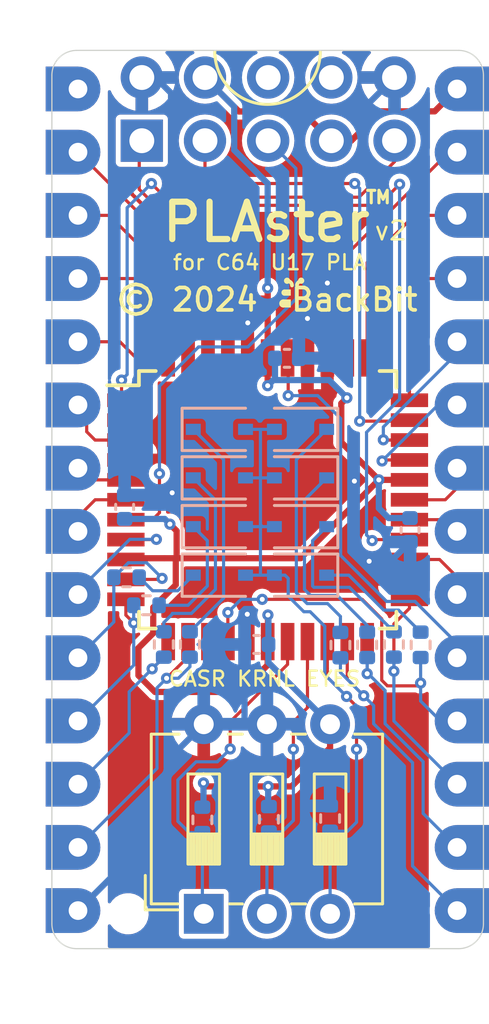
<source format=kicad_pcb>
(kicad_pcb (version 20221018) (generator pcbnew)
  (layers (0 "F.Cu" signal) (31 "B.Cu" signal) (34 "B.Paste" user) (35 "F.Paste" user) (36 "B.SilkS" user "B.Silkscreen") (37 "F.SilkS" user "F.Silkscreen") (38 "B.Mask" user) (39 "F.Mask" user) (44 "Edge.Cuts" user))
  (net 0 "")
  (net 1 "TCK")
  (net 2 "TDO")
  (net 3 "TMS")
  (net 4 "TDI")
  (net 5 "D0")
  (net 6 "D3")
  (net 7 "A7")
  (net 8 "D2")
  (net 9 "A6")
  (net 10 "D1")
  (net 11 "A5")
  (net 12 "A4")
  (net 13 "~{CE}")
  (net 14 "A3")
  (net 15 "A15")
  (net 16 "A2")
  (net 17 "A14")
  (net 18 "A1")
  (net 19 "A13")
  (net 20 "A0")
  (net 21 "A12")
  (net 22 "D7")
  (net 23 "A11")
  (net 24 "D6")
  (net 25 "A10")
  (net 26 "D5")
  (net 27 "A9")
  (net 28 "D4")
  (net 29 "A8")
  (net 30 "VCC")
  (net 31 "GND")
  (net 32 "KERNAL_OVERRIDE")
  (net 33 "PRIVATE_EYES")
  (net 34 "CAS_EXTRA_DELAY")
  (net 35 "Net-(D1-Pad1)")
  (net 36 "Net-(D2-Pad1)")
  (net 37 "Net-(D3-Pad1)")
  (net 38 "Net-(D4-Pad1)")
  (net 39 "Net-(D5-Pad1)")
  (net 40 "Net-(D6-Pad1)")
  (net 41 "Net-(D7-Pad1)")
  (net 42 "Net-(D8-Pad1)")
  (footprint "Package_QFP:TQFP-44_10x10mm_P0.8mm" (layer "F.Cu") (at 154.05 107.06)
    (fp_text reference "U2" hide)
    (fp_text value "ATF1502AS" hide)
  )
  (footprint "Connector_PinHeader_2.54mm:PinHeader_2x05_P2.54mm_Vertical" (layer "F.Cu") (at 148.99 92.63 90)
    (fp_text reference "J1" hide)
    (fp_text value "AVR-JTAG-10" hide)
  )
  (footprint "Package_DIP:DIP-28_W15.24mm" (layer "F.Cu") (at 146.425 90.55)
    (fp_text reference "U1" hide)
    (fp_text value "PLA" hide)
  )
  (footprint "Button_Switch_THT:SW_DIP_SPSTx03_Slide_6.7x9.18mm_W7.62mm_P2.54mm_LowProfile" (layer "F.Cu") (at 151.48 123.7 90)
    (fp_text reference "SW1" hide)
    (fp_text value "SW_DIP_x03" hide)
  )
  (footprint "symbols:ToolingHole" (layer "F.Cu") (at 148.4376 123.698)
    (fp_text reference "H2" hide)
    (fp_text value "MountingHole")
  )
  (footprint "Capacitor_SMD:C_0402_1005Metric" (layer "B.Cu") (at 153.6 112.875)
    (fp_text reference "C2" hide)
    (fp_text value "100nF")
  )
  (footprint "Capacitor_SMD:C_0402_1005Metric" (layer "B.Cu") (at 148.3 107.35 -90)
    (fp_text reference "C1" hide)
    (fp_text value "100nF")
  )
  (footprint "Capacitor_SMD:C_0402_1005Metric" (layer "B.Cu") (at 159.775 108.275 90)
    (fp_text reference "C3" hide)
    (fp_text value "100nF")
  )
  (footprint "Resistor_SMD:R_0402_1005Metric" (layer "B.Cu") (at 154.1 119.9 90)
    (fp_text reference "R1" hide)
    (fp_text value "10K")
  )
  (footprint "Capacitor_SMD:C_0402_1005Metric" (layer "B.Cu") (at 154.825 101.375 180)
    (fp_text reference "C4" hide)
    (fp_text value "100nF")
  )
  (footprint "Resistor_SMD:R_0402_1005Metric" (layer "B.Cu") (at 151.425 119.925 90)
    (fp_text reference "R3" hide)
    (fp_text value "10K")
  )
  (footprint "Resistor_SMD:R_0402_1005Metric" (layer "B.Cu") (at 160.2 112.89 -90)
    (fp_text reference "R4" hide)
    (fp_text value "3.3K")
  )
  (footprint "Resistor_SMD:R_0402_1005Metric" (layer "B.Cu") (at 159.125 112.875 -90)
    (fp_text reference "R5" hide)
    (fp_text value "3.3K")
  )
  (footprint "Resistor_SMD:R_0402_1005Metric" (layer "B.Cu") (at 158.05 112.89 -90)
    (fp_text reference "R6" hide)
    (fp_text value "3.3K")
  )
  (footprint "Resistor_SMD:R_0402_1005Metric" (layer "B.Cu") (at 156.975 112.9 -90)
    (fp_text reference "R7" hide)
    (fp_text value "3.3K")
  )
  (footprint "Resistor_SMD:R_0402_1005Metric" (layer "B.Cu") (at 150.925 112.875 -90)
    (fp_text reference "R8" hide)
    (fp_text value "3.3K")
  )
  (footprint "Resistor_SMD:R_0402_1005Metric" (layer "B.Cu") (at 149.875 112.875 -90)
    (fp_text reference "R9" hide)
    (fp_text value "3.3K")
  )
  (footprint "Resistor_SMD:R_0402_1005Metric" (layer "B.Cu") (at 149.175 111.3 180)
    (fp_text reference "R10" hide)
    (fp_text value "3.3K")
  )
  (footprint "Resistor_SMD:R_0402_1005Metric" (layer "B.Cu") (at 148.375 110.175 180)
    (fp_text reference "R11" hide)
    (fp_text value "3.3K")
  )
  (footprint "Resistor_SMD:R_0402_1005Metric" (layer "B.Cu") (at 156.56 119.87 90)
    (fp_text reference "R2" hide)
    (fp_text value "10K" hide)
  )
  (footprint "Diode_SMD:D_SOD-323" (layer "B.Cu") (at 152.11 108.14)
    (fp_text reference "D7" hide)
    (fp_text value "D_Small" hide)
  )
  (footprint "Diode_SMD:D_SOD-323" (layer "B.Cu") (at 152.11 110.09)
    (fp_text reference "D8" hide)
    (fp_text value "D_Small" hide)
  )
  (footprint "Diode_SMD:D_SOD-323" (layer "B.Cu") (at 152.11 104.23)
    (fp_text reference "D5" hide)
    (fp_text value "D_Small" hide)
  )
  (footprint "Diode_SMD:D_SOD-323" (layer "B.Cu") (at 155.37 104.23 180)
    (fp_text reference "D4" hide)
    (fp_text value "D_Small" hide)
  )
  (footprint "Diode_SMD:D_SOD-323" (layer "B.Cu") (at 155.37 108.14 180)
    (fp_text reference "D2" hide)
    (fp_text value "D_Small" hide)
  )
  (footprint "Diode_SMD:D_SOD-323" (layer "B.Cu") (at 155.37 110.09 180)
    (fp_text reference "D1" hide)
    (fp_text value "D_Small" hide)
  )
  (footprint "Diode_SMD:D_SOD-323" (layer "B.Cu") (at 152.11 106.18)
    (fp_text reference "D6" hide)
    (fp_text value "D_Small" hide)
  )
  (footprint "Diode_SMD:D_SOD-323" (layer "B.Cu") (at 155.37 106.18 180)
    (fp_text reference "D3" hide)
    (fp_text value "D_Small" hide)
  )
  (gr_arc (start 155.229178 98.433492) (mid 155.285585 98.323853) (end 155.400752 98.279818) (stroke (width 0.15)) (layer "F.SilkS"))
  (gr_circle (center 155.396687 98.255398) (end 155.471687 98.255398) (stroke (width 0.1)) (fill none) (layer "F.SilkS"))
  (gr_circle (center 154.730527 98.733171) (end 154.807527 98.733171) (stroke (width 0.1)) (fill none) (layer "F.SilkS"))
  (gr_poly (pts (xy 154.980527 99.008171) (xy 154.980527 99.333171) (xy 154.655527 99.333171) (xy 154.655527 99.008171)) (fill solid) (layer "F.SilkS"))
  (gr_circle (center 154.680527 99.171171) (end 154.770527 99.171171) (stroke (width 0.15)) (fill none) (layer "F.SilkS"))
  (gr_poly (pts (xy 154.980527 98.608171) (xy 154.980527 98.858171) (xy 154.705527 98.858171) (xy 154.705527 98.608171)) (fill solid) (layer "F.SilkS"))
  (gr_circle (center 154.830527 98.258171) (end 154.905527 98.258171) (stroke (width 0.1)) (fill none) (layer "F.SilkS"))
  (gr_arc (start 154.874469 98.275035) (mid 154.984108 98.331442) (end 155.028143 98.446609) (stroke (width 0.15)) (layer "F.SilkS"))
  (gr_line (start 145.375 124.1) (end 145.375 90) (stroke (width 0.05)) (layer "Edge.Cuts"))
  (gr_line (start 161.725 125.1) (end 146.375 125.1) (stroke (width 0.05)) (layer "Edge.Cuts"))
  (gr_arc (start 145.375 90) (mid 145.667893 89.292893) (end 146.375 89) (stroke (width 0.05)) (layer "Edge.Cuts"))
  (gr_arc (start 161.725 89) (mid 162.432107 89.292893) (end 162.725 90) (stroke (width 0.05)) (layer "Edge.Cuts"))
  (gr_line (start 146.375 89) (end 161.725 89) (stroke (width 0.05)) (layer "Edge.Cuts"))
  (gr_line (start 162.725 90) (end 162.725 124.1) (stroke (width 0.05)) (layer "Edge.Cuts"))
  (gr_arc (start 146.375 125.1) (mid 145.667893 124.807107) (end 145.375 124.1) (stroke (width 0.05)) (layer "Edge.Cuts"))
  (gr_arc (start 162.725 124.1) (mid 162.432107 124.807107) (end 161.725 125.1) (stroke (width 0.05)) (layer "Edge.Cuts"))
  (gr_text "© 2024  BackBit" (at 154.024 99.02) (layer "F.SilkS") (effects (font (size 0.9 0.9))))
  (gr_text "TM" (at 158.5 94.9) (layer "F.SilkS") (effects (font (size 0.5 0.5) (thickness 0.125))))
  (gr_text "PLAster" (at 154 95.9) (layer "F.SilkS") (effects (font (size 1.5 1.5) (thickness 0.25))))
  (gr_text "CASR KRNL EYES" (at 153.924 114.254) (layer "F.SilkS") (effects (font (size 0.6 0.6) (thickness 0.1))))
  (gr_text "v2" (at 159 96.25) (layer "F.SilkS") (effects (font (size 0.75 0.75) (thickness 0.1))))
  (gr_text "for C64 U17 PLA" (at 154.124 97.52) (layer "F.SilkS") (effects (font (size 0.6 0.6) (thickness 0.1))))
  (segment (start 158.29 108.66) (end 158.25 108.7) (width 0.127) (layer "F.Cu") (net 1))
  (segment (start 149.529028 95.22701) (end 158.507146 95.22701) (width 0.127) (layer "F.Cu") (net 1))
  (segment (start 148.886499 94.584481) (end 149.529028 95.22701) (width 0.127) (layer "F.Cu") (net 1))
  (segment (start 148.886499 92.733501) (end 148.886499 94.584481) (width 0.127) (layer "F.Cu") (net 1))
  (segment (start 159.75 108.66) (end 158.29 108.66) (width 0.127) (layer "F.Cu") (net 1))
  (segment (start 158.507146 95.22701) (end 159.354578 94.379578) (width 0.127) (layer "F.Cu") (net 1))
  (segment (start 148.99 92.63) (end 148.886499 92.733501) (width 0.127) (layer "F.Cu") (net 1))
  (via (at 159.354578 94.379578) (size 0.45) (drill 0.2) (layers "F.Cu" "B.Cu") (net 1))
  (via (at 158.25 108.7) (size 0.45) (drill 0.2) (layers "F.Cu" "B.Cu") (net 1))
  (segment (start 158.025001 104.347981) (end 158.223991 104.148991) (width 0.127) (layer "B.Cu") (net 1))
  (segment (start 158.25 108.7) (end 158.025001 108.475001) (width 0.127) (layer "B.Cu") (net 1))
  (segment (start 159.354578 103.018404) (end 158.223991 104.148991) (width 0.127) (layer "B.Cu") (net 1))
  (segment (start 159.354578 94.379578) (end 159.354578 103.018404) (width 0.127) (layer "B.Cu") (net 1))
  (segment (start 158.025001 108.475001) (end 158.025001 104.347981) (width 0.127) (layer "B.Cu") (net 1))
  (segment (start 159.71 103.9) (end 159.75 103.86) (width 0.127) (layer "F.Cu") (net 2))
  (segment (start 157.55 94.35) (end 152.1 94.35) (width 0.127) (layer "F.Cu") (net 2))
  (segment (start 152.1 94.35) (end 151.53 93.78) (width 0.127) (layer "F.Cu") (net 2))
  (segment (start 151.53 93.78) (end 151.53 92.63) (width 0.127) (layer "F.Cu") (net 2))
  (segment (start 157.75 103.9) (end 159.71 103.9) (width 0.127) (layer "F.Cu") (net 2))
  (via (at 157.55 94.35) (size 0.45) (drill 0.2) (layers "F.Cu" "B.Cu") (net 2))
  (via (at 157.75 103.9) (size 0.45) (drill 0.2) (layers "F.Cu" "B.Cu") (net 2))
  (segment (start 157.75 94.55) (end 157.55 94.35) (width 0.127) (layer "B.Cu") (net 2))
  (segment (start 157.75 103.9) (end 157.75 94.55) (width 0.127) (layer "B.Cu") (net 2))
  (segment (start 148.35 107.86) (end 149.42 107.86) (width 0.127) (layer "F.Cu") (net 3))
  (segment (start 149.7 107.58) (end 149.7 106.01) (width 0.127) (layer "F.Cu") (net 3))
  (segment (start 149.42 107.86) (end 149.7 107.58) (width 0.127) (layer "F.Cu") (net 3))
  (via (at 149.7 106.01) (size 0.45) (drill 0.2) (layers "F.Cu" "B.Cu") (net 3))
  (segment (start 153.2575 100.9175) (end 155.183501 98.991499) (width 0.127) (layer "B.Cu") (net 3))
  (segment (start 155.183501 93.743501) (end 155.183501 94.408501) (width 0.127) (layer "B.Cu") (net 3))
  (segment (start 151.2725 100.9175) (end 153.2575 100.9175) (width 0.127) (layer "B.Cu") (net 3))
  (segment (start 149.7 106.01) (end 149.7 102.49) (width 0.127) (layer "B.Cu") (net 3))
  (segment (start 155.183501 98.991499) (end 155.183501 94.408501) (width 0.127) (layer "B.Cu") (net 3))
  (segment (start 154.07 92.63) (end 155.183501 93.743501) (width 0.127) (layer "B.Cu") (net 3))
  (segment (start 149.7 102.49) (end 151.2725 100.9175) (width 0.127) (layer "B.Cu") (net 3))
  (segment (start 148.175 102.25) (end 148.175 102.885) (width 0.127) (layer "F.Cu") (net 4))
  (segment (start 149.925 94.9) (end 149.375 94.35) (width 0.127) (layer "F.Cu") (net 4))
  (segment (start 159.15 92.63) (end 159.15 93.472982) (width 0.127) (layer "F.Cu") (net 4))
  (segment (start 157.722982 94.9) (end 156.425 94.9) (width 0.127) (layer "F.Cu") (net 4))
  (segment (start 148.175 102.885) (end 148.35 103.06) (width 0.127) (layer "F.Cu") (net 4))
  (segment (start 159.15 93.472982) (end 157.722982 94.9) (width 0.127) (layer "F.Cu") (net 4))
  (segment (start 156.425 94.9) (end 149.925 94.9) (width 0.127) (layer "F.Cu") (net 4))
  (via (at 148.175 102.25) (size 0.45) (drill 0.2) (layers "F.Cu" "B.Cu") (net 4))
  (via (at 149.375 94.35) (size 0.45) (drill 0.2) (layers "F.Cu" "B.Cu") (net 4))
  (segment (start 149.375 94.35) (end 148.399999 95.325001) (width 0.127) (layer "B.Cu") (net 4))
  (segment (start 148.399999 102.025001) (end 148.175 102.25) (width 0.127) (layer "B.Cu") (net 4))
  (segment (start 148.399999 95.325001) (end 148.399999 98.550001) (width 0.127) (layer "B.Cu") (net 4))
  (segment (start 148.399999 98.550001) (end 148.399999 102.025001) (width 0.127) (layer "B.Cu") (net 4))
  (segment (start 158.636499 111.847197) (end 158.636499 114.311499) (width 0.127) (layer "F.Cu") (net 5))
  (segment (start 152.45 112.76) (end 152.45 111.59) (width 0.127) (layer "F.Cu") (net 5))
  (segment (start 160.086499 114.538501) (end 160.2 114.425) (width 0.127) (layer "F.Cu") (net 5))
  (segment (start 158.636499 114.311499) (end 158.863501 114.538501) (width 0.127) (layer "F.Cu") (net 5))
  (segment (start 158.863501 114.538501) (end 160.086499 114.538501) (width 0.127) (layer "F.Cu") (net 5))
  (segment (start 153.8315 111.061499) (end 157.850801 111.061499) (width 0.127) (layer "F.Cu") (net 5))
  (segment (start 157.850801 111.061499) (end 158.636499 111.847197) (width 0.127) (layer "F.Cu") (net 5))
  (via (at 160.2 114.425) (size 0.45) (drill 0.2) (layers "F.Cu" "B.Cu") (net 5))
  (via (at 153.8315 111.061499) (size 0.45) (drill 0.2) (layers "F.Cu" "B.Cu") (net 5))
  (via (at 152.45 111.59) (size 0.45) (drill 0.2) (layers "F.Cu" "B.Cu") (net 5))
  (segment (start 152.978501 111.061499) (end 153.8315 111.061499) (width 0.127) (layer "B.Cu") (net 5))
  (segment (start 161.665 115.95) (end 161 115.95) (width 0.127) (layer "B.Cu") (net 5))
  (segment (start 160.2 114.425) (end 160.2 113.4) (width 0.127) (layer "B.Cu") (net 5))
  (segment (start 161 115.95) (end 160.2 115.15) (width 0.127) (layer "B.Cu") (net 5))
  (segment (start 160.2 115.15) (end 160.2 114.425) (width 0.127) (layer "B.Cu") (net 5))
  (segment (start 161.665 115.95) (end 160.875 115.95) (width 0.127) (layer "B.Cu") (net 5))
  (segment (start 152.45 111.59) (end 152.978501 111.061499) (width 0.127) (layer "B.Cu") (net 5))
  (segment (start 157.25 114.2732) (end 157.9118 114.935) (width 0.127) (layer "F.Cu") (net 6))
  (segment (start 157.25 112.76) (end 157.25 114.2732) (width 0.127) (layer "F.Cu") (net 6))
  (via (at 157.9118 114.935) (size 0.45) (drill 0.2) (layers "F.Cu" "B.Cu") (net 6))
  (segment (start 159.875 121.78) (end 161.665 123.57) (width 0.127) (layer "B.Cu") (net 6))
  (segment (start 158.31044 116.06036) (end 159.875 117.62492) (width 0.127) (layer "B.Cu") (net 6))
  (segment (start 156.975 113.41) (end 156.975 113.9982) (width 0.127) (layer "B.Cu") (net 6))
  (segment (start 157.9118 114.935) (end 158.31044 115.33364) (width 0.127) (layer "B.Cu") (net 6))
  (segment (start 156.975 113.9982) (end 157.9118 114.935) (width 0.127) (layer "B.Cu") (net 6))
  (segment (start 159.875 117.62492) (end 159.875 121.78) (width 0.127) (layer "B.Cu") (net 6))
  (segment (start 158.31044 115.33364) (end 158.31044 116.06036) (width 0.127) (layer "B.Cu") (net 6))
  (segment (start 151.65 101.36) (end 151.65 98.315) (width 0.127) (layer "F.Cu") (net 7))
  (segment (start 151.65 98.315) (end 146.425 93.09) (width 0.127) (layer "F.Cu") (net 7))
  (segment (start 158.05 112.76) (end 158.05 114.05) (width 0.127) (layer "F.Cu") (net 8))
  (via (at 158.05 114.05) (size 0.45) (drill 0.2) (layers "F.Cu" "B.Cu") (net 8))
  (segment (start 158.0936 114.05) (end 158.77027 114.72667) (width 0.127) (layer "B.Cu") (net 8))
  (segment (start 158.05 113.4) (end 158.05 114.05) (width 0.127) (layer "B.Cu") (net 8))
  (segment (start 158.77027 114.72667) (end 158.77027 116.05773) (width 0.127) (layer "B.Cu") (net 8))
  (segment (start 158.05 114.05) (end 158.0936 114.05) (width 0.127) (layer "B.Cu") (net 8))
  (segment (start 160.3 119.665) (end 161.665 121.03) (width 0.127) (layer "B.Cu") (net 8))
  (segment (start 158.77027 116.05773) (end 160.3 117.58746) (width 0.127) (layer "B.Cu") (net 8))
  (segment (start 160.3 117.58746) (end 160.3 119.665) (width 0.127) (layer "B.Cu") (net 8))
  (segment (start 150.85 101.36) (end 150.85 98.8) (width 0.127) (layer "F.Cu") (net 9))
  (segment (start 150.85 98.8) (end 147.68 95.63) (width 0.127) (layer "F.Cu") (net 9))
  (segment (start 147.68 95.63) (end 146.425 95.63) (width 0.127) (layer "F.Cu") (net 9))
  (segment (start 159.75 111.425) (end 159.125 112.05) (width 0.127) (layer "F.Cu") (net 10))
  (segment (start 159.75 111.06) (end 159.75 111.425) (width 0.127) (layer "F.Cu") (net 10))
  (segment (start 159.125 112.05) (end 159.125 113.95) (width 0.127) (layer "F.Cu") (net 10))
  (via (at 159.125 113.95) (size 0.45) (drill 0.2) (layers "F.Cu" "B.Cu") (net 10))
  (segment (start 159.125 115.95) (end 161.665 118.49) (width 0.127) (layer "B.Cu") (net 10))
  (segment (start 159.125 113.385) (end 159.125 113.95) (width 0.127) (layer "B.Cu") (net 10))
  (segment (start 159.125 113.95) (end 159.125 115.95) (width 0.127) (layer "B.Cu") (net 10))
  (segment (start 150.05 99.525) (end 148.695 98.17) (width 0.127) (layer "F.Cu") (net 11))
  (segment (start 148.695 98.17) (end 146.425 98.17) (width 0.127) (layer "F.Cu") (net 11))
  (segment (start 150.05 101.36) (end 150.05 99.525) (width 0.127) (layer "F.Cu") (net 11))
  (segment (start 149.049302 103.86) (end 149.363501 103.545801) (width 0.127) (layer "F.Cu") (net 12))
  (segment (start 148.11 100.71) (end 146.425 100.71) (width 0.127) (layer "F.Cu") (net 12))
  (segment (start 149.363501 103.545801) (end 149.363501 101.963501) (width 0.127) (layer "F.Cu") (net 12))
  (segment (start 149.363501 101.963501) (end 148.11 100.71) (width 0.127) (layer "F.Cu") (net 12))
  (segment (start 148.35 103.86) (end 149.049302 103.86) (width 0.127) (layer "F.Cu") (net 12))
  (segment (start 154.875 101.385) (end 154.85 101.36) (width 0.127) (layer "F.Cu") (net 13))
  (segment (start 154.875 102.875) (end 154.875 101.385) (width 0.127) (layer "F.Cu") (net 13))
  (via (at 154.875 102.875) (size 0.45) (drill 0.2) (layers "F.Cu" "B.Cu") (net 13))
  (segment (start 156.064302 102.875) (end 154.875 102.875) (width 0.127) (layer "B.Cu") (net 13))
  (segment (start 158.831411 111.146491) (end 156.983501 109.298581) (width 0.127) (layer "B.Cu") (net 13))
  (segment (start 161.665 113.41) (end 161.665 112.837982) (width 0.127) (layer "B.Cu") (net 13))
  (segment (start 156.983501 103.794199) (end 156.064302 102.875) (width 0.127) (layer "B.Cu") (net 13))
  (segment (start 156.983501 109.298581) (end 156.983501 103.794199) (width 0.127) (layer "B.Cu") (net 13))
  (segment (start 161.665 112.837982) (end 159.973509 111.146491) (width 0.127) (layer "B.Cu") (net 13))
  (segment (start 159.973509 111.146491) (end 158.831411 111.146491) (width 0.127) (layer "B.Cu") (net 13))
  (segment (start 148.35 104.66) (end 147.11 104.66) (width 0.127) (layer "F.Cu") (net 14))
  (segment (start 146.775 103.6) (end 146.425 103.25) (width 0.127) (layer "F.Cu") (net 14))
  (segment (start 147.11 104.66) (end 146.775 104.325) (width 0.127) (layer "F.Cu") (net 14))
  (segment (start 146.775 104.325) (end 146.775 103.6) (width 0.127) (layer "F.Cu") (net 14))
  (segment (start 161.665 110.165) (end 161.665 110.87) (width 0.127) (layer "F.Cu") (net 15))
  (segment (start 159.75 109.46) (end 160.96 109.46) (width 0.127) (layer "F.Cu") (net 15))
  (segment (start 160.96 109.46) (end 161.665 110.165) (width 0.127) (layer "F.Cu") (net 15))
  (segment (start 148.35 106.26) (end 146.895 106.26) (width 0.127) (layer "F.Cu") (net 16))
  (segment (start 146.895 106.26) (end 146.425 105.79) (width 0.127) (layer "F.Cu") (net 16))
  (segment (start 161.195 107.86) (end 161.665 108.33) (width 0.127) (layer "F.Cu") (net 17))
  (segment (start 159.75 107.86) (end 161.195 107.86) (width 0.127) (layer "F.Cu") (net 17))
  (segment (start 146.425 107.75) (end 146.425 108.33) (width 0.127) (layer "F.Cu") (net 18))
  (segment (start 148.35 107.06) (end 147.115 107.06) (width 0.127) (layer "F.Cu") (net 18))
  (segment (start 147.115 107.06) (end 146.425 107.75) (width 0.127) (layer "F.Cu") (net 18))
  (segment (start 161.665 106.585) (end 161.665 105.79) (width 0.127) (layer "F.Cu") (net 19))
  (segment (start 161.19 107.06) (end 161.665 106.585) (width 0.127) (layer "F.Cu") (net 19))
  (segment (start 159.75 107.06) (end 161.19 107.06) (width 0.127) (layer "F.Cu") (net 19))
  (segment (start 149.565 108.66) (end 149.575 108.65) (width 0.127) (layer "F.Cu") (net 20))
  (segment (start 148.35 108.66) (end 149.565 108.66) (width 0.127) (layer "F.Cu") (net 20))
  (via (at 149.575 108.65) (size 0.45) (drill 0.2) (layers "F.Cu" "B.Cu") (net 20))
  (segment (start 148.506436 108.65) (end 146.425 110.731436) (width 0.127) (layer "B.Cu") (net 20))
  (segment (start 146.425 110.731436) (end 146.425 110.87) (width 0.127) (layer "B.Cu") (net 20))
  (segment (start 149.575 108.65) (end 148.506436 108.65) (width 0.127) (layer "B.Cu") (net 20))
  (segment (start 159.75 105.46) (end 158.69 105.46) (width 0.127) (layer "F.Cu") (net 21))
  (segment (start 158.69 105.46) (end 158.65 105.5) (width 0.127) (layer "F.Cu") (net 21))
  (via (at 158.65 105.5) (size 0.45) (drill 0.2) (layers "F.Cu" "B.Cu") (net 21))
  (segment (start 158.65 105.5) (end 160.9 103.25) (width 0.127) (layer "B.Cu") (net 21))
  (segment (start 160.9 103.25) (end 161.665 103.25) (width 0.127) (layer "B.Cu") (net 21))
  (segment (start 148.35 110.26) (end 149.763345 110.26) (width 0.127) (layer "F.Cu") (net 22))
  (segment (start 149.763345 110.26) (end 149.804904 110.218441) (width 0.127) (layer "F.Cu") (net 22))
  (via (at 149.804904 110.218441) (size 0.45) (drill 0.2) (layers "F.Cu" "B.Cu") (net 22))
  (segment (start 149.804904 110.218441) (end 149.804904 110.211324) (width 0.127) (layer "B.Cu") (net 22))
  (segment (start 149.804904 110.211324) (end 149.18507 109.59149) (width 0.127) (layer "B.Cu") (net 22))
  (segment (start 149.18507 109.59149) (end 148.44851 109.59149) (width 0.127) (layer "B.Cu") (net 22))
  (segment (start 147.865 110.175) (end 147.865 111.97) (width 0.127) (layer "B.Cu") (net 22))
  (segment (start 147.865 111.97) (end 146.425 113.41) (width 0.127) (layer "B.Cu") (net 22))
  (segment (start 148.44851 109.59149) (end 147.865 110.175) (width 0.127) (layer "B.Cu") (net 22))
  (segment (start 159.75 104.66) (end 158.71 104.66) (width 0.127) (layer "F.Cu") (net 23))
  (segment (start 158.71 104.66) (end 158.7 104.65) (width 0.127) (layer "F.Cu") (net 23))
  (via (at 158.7 104.65) (size 0.45) (drill 0.2) (layers "F.Cu" "B.Cu") (net 23))
  (segment (start 161.665 101.17043) (end 161.665 100.71) (width 0.127) (layer "B.Cu") (net 23))
  (segment (start 158.7 104.65) (end 158.7 104.13543) (width 0.127) (layer "B.Cu") (net 23))
  (segment (start 158.7 104.13543) (end 161.665 101.17043) (width 0.127) (layer "B.Cu") (net 23))
  (segment (start 148.35 111.06) (end 148.35 111.695) (width 0.127) (layer "F.Cu") (net 24))
  (segment (start 148.35 111.695) (end 148.665 112.01) (width 0.127) (layer "F.Cu") (net 24))
  (via (at 148.665 112.01) (size 0.45) (drill 0.2) (layers "F.Cu" "B.Cu") (net 24))
  (segment (start 148.665 111.3) (end 148.665 112.01) (width 0.127) (layer "B.Cu") (net 24))
  (segment (start 148.665 112.01) (end 148.665 113.71) (width 0.127) (layer "B.Cu") (net 24))
  (segment (start 148.665 113.71) (end 146.425 115.95) (width 0.127) (layer "B.Cu") (net 24))
  (segment (start 160.305 98.17) (end 161.665 98.17) (width 0.127) (layer "F.Cu") (net 25))
  (segment (start 159.75 98.725) (end 160.305 98.17) (width 0.127) (layer "F.Cu") (net 25))
  (segment (start 159.75 103.06) (end 159.75 98.725) (width 0.127) (layer "F.Cu") (net 25))
  (segment (start 150.05 112.76) (end 150.05 113.21) (width 0.127) (layer "F.Cu") (net 26))
  (segment (start 150.05 113.21) (end 149.405 113.855) (width 0.127) (layer "F.Cu") (net 26))
  (via (at 149.405 113.855) (size 0.45) (drill 0.2) (layers "F.Cu" "B.Cu") (net 26))
  (segment (start 148.4825 114.7775) (end 149.405 113.855) (width 0.127) (layer "B.Cu") (net 26))
  (segment (start 149.405 113.855) (end 149.875 113.385) (width 0.127) (layer "B.Cu") (net 26))
  (segment (start 148.4825 116.4325) (end 148.4825 114.7775) (width 0.127) (layer "B.Cu") (net 26))
  (segment (start 148.4825 116.4325) (end 146.425 118.49) (width 0.127) (layer "B.Cu") (net 26))
  (segment (start 158.05 97.525) (end 159.945 95.63) (width 0.127) (layer "F.Cu") (net 27))
  (segment (start 158.05 101.36) (end 158.05 97.525) (width 0.127) (layer "F.Cu") (net 27))
  (segment (start 159.945 95.63) (end 161.665 95.63) (width 0.127) (layer "F.Cu") (net 27))
  (segment (start 150.85 113.3701) (end 149.987 114.2331) (width 0.127) (layer "F.Cu") (net 28))
  (segment (start 150.85 112.76) (end 150.85 113.3701) (width 0.127) (layer "F.Cu") (net 28))
  (via (at 149.987 114.2331) (size 0.45) (drill 0.2) (layers "F.Cu" "B.Cu") (net 28))
  (segment (start 150.4603 114.2331) (end 150.925 113.7684) (width 0.127) (layer "B.Cu") (net 28))
  (segment (start 149.6 115.0814) (end 149.6 114.6201) (width 0.127) (layer "B.Cu") (net 28))
  (segment (start 149.987 114.2331) (end 150.4603 114.2331) (width 0.127) (layer "B.Cu") (net 28))
  (segment (start 146.425 121.03) (end 149.6 117.855) (width 0.127) (layer "B.Cu") (net 28))
  (segment (start 149.6 115.8434) (end 149.6 115.0814) (width 0.127) (layer "B.Cu") (net 28))
  (segment (start 149.6 114.6201) (end 149.987 114.2331) (width 0.127) (layer "B.Cu") (net 28))
  (segment (start 150.925 113.7684) (end 150.925 113.385) (width 0.127) (layer "B.Cu") (net 28))
  (segment (start 149.6 117.855) (end 149.6 115.8434) (width 0.127) (layer "B.Cu") (net 28))
  (segment (start 157.25 97.175) (end 161.335 93.09) (width 0.127) (layer "F.Cu") (net 29))
  (segment (start 157.25 101.36) (end 157.25 97.175) (width 0.127) (layer "F.Cu") (net 29))
  (segment (start 161.335 93.09) (end 161.665 93.09) (width 0.127) (layer "F.Cu") (net 29))
  (segment (start 152.9674 114.7826) (end 149.518598 114.7826) (width 0.25) (layer "F.Cu") (net 30))
  (segment (start 149.449999 112.420001) (end 149.449999 111.387348) (width 0.25) (layer "F.Cu") (net 30))
  (segment (start 154.05 101.36) (end 154.05 100.2) (width 0.25) (layer "F.Cu") (net 30))
  (segment (start 157.235001 102.963109) (end 157.010002 103.188108) (width 0.25) (layer "F.Cu") (net 30))
  (segment (start 151.53 90.09) (end 152.894999 91.454999) (width 0.25) (layer "F.Cu") (net 30))
  (segment (start 151.61 118.58) (end 151.47 118.44) (width 0.25) (layer "F.Cu") (net 30))
  (segment (start 152.45 99.625) (end 153.1 98.975) (width 0.25) (layer "F.Cu") (net 30))
  (segment (start 156.61 92.63) (end 157.410998 92.63) (width 0.25) (layer "F.Cu") (net 30))
  (segment (start 157.410998 92.63) (end 158.590998 91.45) (width 0.25) (layer "F.Cu") (net 30))
  (segment (start 148.854999 114.119001) (end 148.854999 113.015001) (width 0.25) (layer "F.Cu") (net 30))
  (segment (start 152.894999 91.454999) (end 155.434999 91.454999) (width 0.25) (layer "F.Cu") (net 30))
  (segment (start 158.52 106.26) (end 155.37 109.41) (width 0.25) (layer "F.Cu") (net 30))
  (segment (start 159.75 106.26) (end 158.52 106.26) (width 0.25) (layer "F.Cu") (net 30))
  (segment (start 157.010002 103.188108) (end 157.010002 104.750002) (width 0.25) (layer "F.Cu") (net 30))
  (segment (start 148.4 109.41) (end 148.35 109.46) (width 0.25) (layer "F.Cu") (net 30))
  (segment (start 150.39 109.41) (end 150.39 108.31) (width 0.25) (layer "F.Cu") (net 30))
  (segment (start 154.07 118.58) (end 151.61 118.58) (width 0.25) (layer "F.Cu") (net 30))
  (segment (start 148.854999 113.015001) (end 149.449999 112.420001) (width 0.25) (layer "F.Cu") (net 30))
  (segment (start 156.56 116.08) (end 156.56 117.03) (width 0.25) (layer "F.Cu") (net 30))
  (segment (start 154.05 100.2) (end 154.05 98.975) (width 0.25) (layer "F.Cu") (net 30))
  (segment (start 150.39 109.41) (end 149.9 109.41) (width 0.25) (layer "F.Cu") (net 30))
  (segment (start 149.518598 114.7826) (end 148.854999 114.119001) (width 0.25) (layer "F.Cu") (net 30))
  (segment (start 150.354905 109.445095) (end 150.39 109.41) (width 0.25) (layer "F.Cu") (net 30))
  (segment (start 150.39 108.31) (end 150.12 108.04) (width 0.25) (layer "F.Cu") (net 30))
  (segment (start 154.05 112.76) (end 154.05 113.7) (width 0.25) (layer "F.Cu") (net 30))
  (segment (start 155.37 109.41) (end 150.39 109.41) (width 0.25) (layer "F.Cu") (net 30))
  (segment (start 158.590998 91.45) (end 160.765 91.45) (width 0.25) (layer "F.Cu") (net 30))
  (segment (start 156.56 117.03) (end 155.01 118.58) (width 0.25) (layer "F.Cu") (net 30))
  (segment (start 150.354905 110.482442) (end 150.354905 109.445095) (width 0.25) (layer "F.Cu") (net 30))
  (segment (start 155.01 118.58) (end 154.07 118.58) (width 0.25) (layer "F.Cu") (net 30))
  (segment (start 154.05 100.2) (end 154.05 98.55) (width 0.25) (layer "F.Cu") (net 30))
  (segment (start 149.9 109.41) (end 148.4 109.41) (width 0.25) (layer "F.Cu") (net 30))
  (segment (start 154.06 111.69) (end 154.06 112.75) (width 0.25) (layer "F.Cu") (net 30))
  (segment (start 155.434999 91.454999) (end 156.61 92.63) (width 0.25) (layer "F.Cu") (net 30))
  (segment (start 149.449999 111.387348) (end 150.354905 110.482442) (width 0.25) (layer "F.Cu") (net 30))
  (segment (start 154.05 98.975) (end 154.05 98.55) (width 0.25) (layer "F.Cu") (net 30))
  (segment (start 160.765 91.45) (end 161.665 90.55) (width 0.25) (layer "F.Cu") (net 30))
  (segment (start 154.06 112.75) (end 154.05 112.76) (width 0.25) (layer "F.Cu") (net 30))
  (segment (start 152.45 101.36) (end 152.45 99.625) (width 0.25) (layer "F.Cu") (net 30))
  (segment (start 157.010002 104.750002) (end 158.52 106.26) (width 0.25) (layer "F.Cu") (net 30))
  (segment (start 153.1 98.975) (end 154.05 98.975) (width 0.25) (layer "F.Cu") (net 30))
  (segment (start 154.05 113.7) (end 152.9674 114.7826) (width 0.25) (layer "F.Cu") (net 30))
  (segment (start 154.05 101.36) (end 154.05 102.475) (width 0.25) (layer "F.Cu") (net 30))
  (via (at 151.47 118.44) (size 0.45) (drill 0.2) (layers "F.Cu" "B.Cu") (net 30))
  (via (at 154.05 98.55) (size 0.45) (drill 0.2) (layers "F.Cu" "B.Cu") (net 30))
  (via (at 157.235001 102.963109) (size 0.45) (drill 0.2) (layers "F.Cu" "B.Cu") (net 30))
  (via (at 150.12 108.04) (size 0.45) (drill 0.2) (layers "F.Cu" "B.Cu") (net 30))
  (via (at 154.05 102.475) (size 0.45) (drill 0.2) (layers "F.Cu" "B.Cu") (net 30))
  (via (at 158.52 106.26) (size 0.45) (drill 0.2) (layers "F.Cu" "B.Cu") (net 30))
  (via (at 154.07 118.58) (size 0.45) (drill 0.2) (layers "F.Cu" "B.Cu") (net 30))
  (via (at 154.06 111.69) (size 0.45) (drill 0.2) (layers "F.Cu" "B.Cu") (net 30))
  (segment (start 154.05 102.475) (end 154.274999 102.250001) (width 0.25) (layer "B.Cu") (net 30))
  (segment (start 152.705001 91.265001) (end 151.53 90.09) (width 0.25) (layer "B.Cu") (net 30))
  (segment (start 148.3 107.83) (end 149.91 107.83) (width 0.25) (layer "B.Cu") (net 30))
  (segment (start 154.274999 102.250001) (end 156.521893 102.250001) (width 0.25) (layer "B.Cu") (net 30))
  (segment (start 154.08 112.875) (end 154.08 111.71) (width 0.25) (layer "B.Cu") (net 30))
  (segment (start 149.91 107.83) (end 150.12 108.04) (width 0.25) (layer "B.Cu") (net 30))
  (segment (start 154.08 113.6) (end 154.78 114.3) (width 0.25) (layer "B.Cu") (net 30))
  (segment (start 151.47 118.44) (end 151.47 119.37) (width 0.25) (layer "B.Cu") (net 30))
  (segment (start 156.521893 102.250001) (end 157.235001 102.963109) (width 0.25) (layer "B.Cu") (net 30))
  (segment (start 154.78 114.3) (end 156.56 116.08) (width 0.25) (layer "B.Cu") (net 30))
  (segment (start 154.08 111.71) (end 154.06 111.69) (width 0.25) (layer "B.Cu") (net 30))
  (segment (start 154.07 119.36) (end 154.1 119.39) (width 0.25) (layer "B.Cu") (net 30))
  (segment (start 154.08 112.875) (end 154.08 113.6) (width 0.25) (layer "B.Cu") (net 30))
  (segment (start 154.05 98.55) (end 154.05 94.349002) (width 0.25) (layer "B.Cu") (net 30))
  (segment (start 154.07 118.58) (end 154.07 119.36) (width 0.25) (layer "B.Cu") (net 30))
  (segment (start 158.915 107.795) (end 158.52 107.4) (width 0.25) (layer "B.Cu") (net 30))
  (segment (start 152.705001 93.004003) (end 152.705001 91.265001) (width 0.25) (layer "B.Cu") (net 30))
  (segment (start 151.47 119.37) (end 151.425 119.415) (width 0.25) (layer "B.Cu") (net 30))
  (segment (start 154.05 94.349002) (end 152.705001 93.004003) (width 0.25) (layer "B.Cu") (net 30))
  (segment (start 154.345 101.375) (end 154.345 102.18) (width 0.25) (layer "B.Cu") (net 30))
  (segment (start 159.775 107.795) (end 158.915 107.795) (width 0.25) (layer "B.Cu") (net 30))
  (segment (start 154.345 102.18) (end 154.05 102.475) (width 0.25) (layer "B.Cu") (net 30))
  (segment (start 158.52 107.4) (end 158.52 106.26) (width 0.25) (layer "B.Cu") (net 30))
  (segment (start 157.97 110.26) (end 156.58 110.26) (width 0.25) (layer "F.Cu") (net 31))
  (segment (start 153.25 105.27) (end 153.25 105.4) (width 0.25) (layer "F.Cu") (net 31))
  (segment (start 150.21 106.78) (end 150.434999 106.555001) (width 0.25) (layer "F.Cu") (net 31))
  (segment (start 153.25 101.36) (end 153.25 99.95) (width 0.25) (layer "F.Cu") (net 31))
  (segment (start 153.25 105.27) (end 153.25 101.36) (width 0.25) (layer "F.Cu") (net 31))
  (segment (start 155.63 105.46) (end 155.27 105.46) (width 0.25) (layer "F.Cu") (net 31))
  (segment (start 156.666501 105.44) (end 156.45 105.44) (width 0.25) (layer "F.Cu") (net 31))
  (segment (start 153.818996 110.26) (end 153.23 110.848997) (width 0.25) (layer "F.Cu") (net 31))
  (segment (start 150.434999 105.505001) (end 150.48 105.46) (width 0.25) (layer "F.Cu") (net 31))
  (segment (start 153.23 112.74) (end 153.25 112.76) (width 0.25) (layer "F.Cu") (net 31))
  (segment (start 156.58 110.26) (end 153.818996 110.26) (width 0.25) (layer "F.Cu") (net 31))
  (segment (start 158.13 109.53) (end 158.13 110.1) (width 0.25) (layer "F.Cu") (net 31))
  (segment (start 156.45 99.55) (end 156.45 101.36) (width 0.25) (layer "F.Cu") (net 31))
  (segment (start 155.98 105.46) (end 155.63 105.46) (width 0.25) (layer "F.Cu") (net 31))
  (segment (start 150.434999 106.555001) (end 150.434999 105.505001) (width 0.25) (layer "F.Cu") (net 31))
  (segment (start 156.43 105.46) (end 156.45 105.44) (width 0.25) (layer "F.Cu") (net 31))
  (segment (start 153.23 110.848997) (end 153.23 111.66) (width 0.25) (layer "F.Cu") (net 31))
  (segment (start 153.23 111.66) (end 153.23 112.74) (width 0.25) (layer "F.Cu") (net 31))
  (segment (start 158.13 110.1) (end 157.97 110.26) (width 0.25) (layer "F.Cu") (net 31))
  (segment (start 159.75 110.26) (end 157.97 110.26) (width 0.25) (layer "F.Cu") (net 31))
  (segment (start 155.875 99.55) (end 156.45 99.55) (width 0.25) (layer "F.Cu") (net 31))
  (segment (start 157.536501 106.31) (end 156.666501 105.44) (width 0.25) (layer "F.Cu") (net 31))
  (segment (start 150.48 105.46) (end 153.06 105.46) (width 0.25) (layer "F.Cu") (net 31))
  (segment (start 156.45 105.44) (end 156.45 104.87) (width 0.25) (layer "F.Cu") (net 31))
  (segment (start 155.65 99.775) (end 155.875 99.55) (width 0.25) (layer "F.Cu") (net 31))
  (segment (start 148.35 105.46) (end 150.19 105.46) (width 0.25) (layer "F.Cu") (net 31))
  (segment (start 153.31 105.46) (end 153.06 105.46) (width 0.25) (layer "F.Cu") (net 31))
  (segment (start 155.27 105.46) (end 153.31 105.46) (width 0.25) (layer "F.Cu") (net 31))
  (segment (start 155.65 101.36) (end 155.65 99.775) (width 0.25) (layer "F.Cu") (net 31))
  (segment (start 156.45 99.15) (end 156.45 98.35) (width 0.25) (layer "F.Cu") (net 31))
  (segment (start 155.98 105.46) (end 156.43 105.46) (width 0.25) (layer "F.Cu") (net 31))
  (segment (start 156.45 99.15) (end 156.45 99.55) (width 0.25) (layer "F.Cu") (net 31))
  (segment (start 156.45 101.36) (end 156.45 104.87) (width 0.25) (layer "F.Cu") (net 31))
  (segment (start 155.65 101.36) (end 155.65 104.81) (width 0.25) (layer "F.Cu") (net 31))
  (segment (start 155.65 104.81) (end 155.65 105.44) (width 0.25) (layer "F.Cu") (net 31))
  (segment (start 150.19 105.46) (end 150.48 105.46) (width 0.25) (layer "F.Cu") (net 31))
  (segment (start 155.65 105.44) (end 155.63 105.46) (width 0.25) (layer "F.Cu") (net 31))
  (segment (start 153.25 105.4) (end 153.31 105.46) (width 0.25) (layer "F.Cu") (net 31))
  (via (at 153.23 111.66) (size 0.45) (drill 0.2) (layers "F.Cu" "B.Cu") (net 31))
  (via (at 155.65 99.775) (size 0.45) (drill 0.2) (layers "F.Cu" "B.Cu") (net 31))
  (via (at 157.536501 106.31) (size 0.45) (drill 0.2) (layers "F.Cu" "B.Cu") (net 31))
  (via (at 158.13 109.53) (size 0.45) (drill 0.2) (layers "F.Cu" "B.Cu") (net 31))
  (via (at 150.21 106.78) (size 0.45) (drill 0.2) (layers "F.Cu" "B.Cu") (net 31))
  (via (at 156.45 98.35) (size 0.45) (drill 0.2) (layers "F.Cu" "B.Cu") (net 31))
  (via (at 153.25 99.95) (size 0.45) (drill 0.2) (layers "F.Cu" "B.Cu") (net 31))
  (segment (start 153.12 112.875) (end 153.12 111.77) (width 0.25) (layer "B.Cu") (net 31))
  (segment (start 153.12 111.77) (end 153.23 111.66) (width 0.25) (layer "B.Cu") (net 31))
  (segment (start 150.165001 90.715565) (end 149.150927 89.701491) (width 0.25) (layer "B.Cu") (net 31))
  (segment (start 155.305 100.12) (end 155.65 99.775) (width 0.25) (layer "B.Cu") (net 31))
  (segment (start 150.051491 119.943509) (end 146.425 123.57) (width 0.25) (layer "B.Cu") (net 31))
  (segment (start 159 109.53) (end 158.13 109.53) (width 0.25) (layer "B.Cu") (net 31))
  (segment (start 157.974999 91.265001) (end 159.15 90.09) (width 0.25) (layer "B.Cu") (net 31))
  (segment (start 150.12 106.87) (end 150.21 106.78) (width 0.25) (layer "B.Cu") (net 31))
  (segment (start 150.165001 95.265001) (end 150.165001 90.715565) (width 0.25) (layer "B.Cu") (net 31))
  (segment (start 155.305 101.375) (end 155.305 100.12) (width 0.25) (layer "B.Cu") (net 31))
  (segment (start 153.2 116.08) (end 154.02 116.08) (width 0.25) (layer "B.Cu") (net 31))
  (segment (start 156.45 98.35) (end 156.45 94.529002) (width 0.25) (layer "B.Cu") (net 31))
  (segment (start 157.536501 108.936501) (end 157.536501 106.31) (width 0.25) (layer "B.Cu") (net 31))
  (segment (start 150.051491 117.508509) (end 150.051491 119.943509) (width 0.25) (layer "B.Cu") (net 31))
  (segment (start 148.3 106.87) (end 150.12 106.87) (width 0.25) (layer "B.Cu") (net 31))
  (segment (start 153.25 98.35) (end 150.165001 95.265001) (width 0.25) (layer "B.Cu") (net 31))
  (segment (start 154.894002 116.08) (end 156.56 117.745998) (width 0.25) (layer "B.Cu") (net 31))
  (segment (start 153.12 113.52) (end 153.12 116) (width 0.25) (layer "B.Cu") (net 31))
  (segment (start 153.12 116) (end 153.2 116.08) (width 0.25) (layer "B.Cu") (net 31))
  (segment (start 154.02 116.08) (end 154.894002 116.08) (width 0.25) (layer "B.Cu") (net 31))
  (segment (start 156.56 117.745998) (end 156.56 119.36) (width 0.25) (layer "B.Cu") (net 31))
  (segment (start 157.974999 93.004003) (end 157.974999 91.265001) (width 0.25) (layer "B.Cu") (net 31))
  (segment (start 153.12 113.52) (end 153.12 112.875) (width 0.25) (layer "B.Cu") (net 31))
  (segment (start 153.25 99.95) (end 153.25 98.35) (width 0.25) (layer "B.Cu") (net 31))
  (segment (start 159.775 108.755) (end 159 109.53) (width 0.25) (layer "B.Cu") (net 31))
  (segment (start 151.48 116.08) (end 153.2 116.08) (width 0.25) (layer "B.Cu") (net 31))
  (segment (start 156.45 94.529002) (end 157.974999 93.004003) (width 0.25) (layer "B.Cu") (net 31))
  (segment (start 149.150927 89.701491) (end 148.99 89.701491) (width 0.25) (layer "B.Cu") (net 31))
  (segment (start 158.13 109.53) (end 157.536501 108.936501) (width 0.25) (layer "B.Cu") (net 31))
  (segment (start 151.48 116.08) (end 150.051491 117.508509) (width 0.25) (layer "B.Cu") (net 31))
  (segment (start 155.65 115.416018) (end 155.083501 115.982517) (width 0.127) (layer "F.Cu") (net 32))
  (segment (start 155.083501 115.982517) (end 155.083501 117.083501) (width 0.127) (layer "F.Cu") (net 32))
  (segment (start 155.65 112.76) (end 155.65 115.416018) (width 0.127) (layer "F.Cu") (net 32))
  (via (at 155.083501 117.083501) (size 0.45) (drill 0.2) (layers "F.Cu" "B.Cu") (net 32))
  (segment (start 155.083501 119.946499) (end 155.083501 117.083501) (width 0.127) (layer "B.Cu") (net 32))
  (segment (start 154.02 123.7) (end 154.02 120.49) (width 0.127) (layer "B.Cu") (net 32))
  (segment (start 154.1 120.41) (end 154.62 120.41) (width 0.127) (layer "B.Cu") (net 32))
  (segment (start 154.62 120.41) (end 155.083501 119.946499) (width 0.127) (layer "B.Cu") (net 32))
  (segment (start 154.02 120.49) (end 154.1 120.41) (width 0.127) (layer "B.Cu") (net 32))
  (segment (start 157.4511 115.1925) (end 157.623501 115.3649) (width 0.127) (layer "F.Cu") (net 33))
  (segment (start 157.623501 115.813501) (end 157.623501 117.086499) (width 0.127) (layer "F.Cu") (net 33))
  (segment (start 156.45 113.8314) (end 156.45 114.1914) (width 0.127) (layer "F.Cu") (net 33))
  (segment (start 156.45 114.1914) (end 157.2225 114.9639) (width 0.127) (layer "F.Cu") (net 33))
  (segment (start 157.2225 114.9639) (end 157.4511 115.1925) (width 0.127) (layer "F.Cu") (net 33))
  (segment (start 156.45 112.76) (end 156.45 113.8314) (width 0.127) (layer "F.Cu") (net 33))
  (segment (start 157.623501 115.3649) (end 157.623501 115.813501) (width 0.127) (layer "F.Cu") (net 33))
  (via (at 157.623501 117.086499) (size 0.45) (drill 0.2) (layers "F.Cu" "B.Cu") (net 33))
  (via (at 157.2225 114.9639) (size 0.45) (drill 0.2) (layers "F.Cu" "B.Cu") (net 33))
  (segment (start 156.56 120.38) (end 156.56 123.7) (width 0.127) (layer "B.Cu") (net 33))
  (segment (start 156.345478 114.086878) (end 157.2225 114.9639) (width 0.127) (layer "B.Cu") (net 33))
  (segment (start 154.32 110.09) (end 154.747 110.09) (width 0.127) (layer "B.Cu") (net 33))
  (segment (start 156.345478 113.140078) (end 156.345478 113.504122) (width 0.127) (layer "B.Cu") (net 33))
  (segment (start 155.759529 111.559529) (end 156.345478 112.145478) (width 0.127) (layer "B.Cu") (net 33))
  (segment (start 153.76 104.23) (end 154.32 104.23) (width 0.127) (layer "B.Cu") (net 33))
  (segment (start 153.16 110.09) (end 153.76 110.09) (width 0.127) (layer "B.Cu") (net 33))
  (segment (start 154.747 110.09) (end 154.875469 110.218469) (width 0.127) (layer "B.Cu") (net 33))
  (segment (start 156.345478 113.140078) (end 156.345478 114.086878) (width 0.127) (layer "B.Cu") (net 33))
  (segment (start 153.76 108.06) (end 153.84 108.14) (width 0.127) (layer "B.Cu") (net 33))
  (segment (start 154.32 110.09) (end 153.76 110.09) (width 0.127) (layer "B.Cu") (net 33))
  (segment (start 155.502845 111.559529) (end 155.759529 111.559529) (width 0.127) (layer "B.Cu") (net 33))
  (segment (start 156.345478 112.145478) (end 156.345478 113.140078) (width 0.127) (layer "B.Cu") (net 33))
  (segment (start 153.69 108.14) (end 153.84 108.14) (width 0.127) (layer "B.Cu") (net 33))
  (segment (start 154.875469 110.218469) (end 154.875469 110.932153) (width 0.127) (layer "B.Cu") (net 33))
  (segment (start 157.623501 120.016499) (end 157.623501 117.086499) (width 0.127) (layer "B.Cu") (net 33))
  (segment (start 153.84 108.14) (end 154.32 108.14) (width 0.127) (layer "B.Cu") (net 33))
  (segment (start 154.875469 110.932153) (end 155.502845 111.559529) (width 0.127) (layer "B.Cu") (net 33))
  (segment (start 153.16 104.23) (end 153.76 104.23) (width 0.127) (layer "B.Cu") (net 33))
  (segment (start 153.76 107.98) (end 153.76 108.06) (width 0.127) (layer "B.Cu") (net 33))
  (segment (start 153.78 106.18) (end 153.76 106.16) (width 0.127) (layer "B.Cu") (net 33))
  (segment (start 156.345478 113.504122) (end 156.345478 114.086877) (width 0.127) (layer "B.Cu") (net 33))
  (segment (start 154.32 106.18) (end 153.78 106.18) (width 0.127) (layer "B.Cu") (net 33))
  (segment (start 153.76 104.23) (end 153.76 106.16) (width 0.127) (layer "B.Cu") (net 33))
  (segment (start 153.76 107.98) (end 153.76 110.09) (width 0.127) (layer "B.Cu") (net 33))
  (segment (start 154.32 106.18) (end 153.16 106.18) (width 0.127) (layer "B.Cu") (net 33))
  (segment (start 153.76 106.16) (end 153.76 107.98) (width 0.127) (layer "B.Cu") (net 33))
  (segment (start 157.26 120.38) (end 157.623501 120.016499) (width 0.127) (layer "B.Cu") (net 33))
  (segment (start 153.16 108.14) (end 153.69 108.14) (width 0.127) (layer "B.Cu") (net 33))
  (segment (start 156.56 120.38) (end 157.26 120.38) (width 0.127) (layer "B.Cu") (net 33))
  (segment (start 154.85 112.76) (end 154.85 113.676018) (width 0.127) (layer "F.Cu") (net 34))
  (segment (start 152.543501 115.982517) (end 152.543501 117.073501) (width 0.127) (layer "F.Cu") (net 34))
  (segment (start 154.85 113.676018) (end 152.543501 115.982517) (width 0.127) (layer "F.Cu") (net 34))
  (via (at 152.543501 117.073501) (size 0.45) (drill 0.2) (layers "F.Cu" "B.Cu") (net 34))
  (segment (start 151.425 120.435) (end 151.425 123.645) (width 0.127) (layer "B.Cu") (net 34))
  (segment (start 150.44 119.98) (end 150.44 118.32) (width 0.127) (layer "B.Cu") (net 34))
  (segment (start 151.17 117.59) (end 152.027002 117.59) (width 0.127) (layer "B.Cu") (net 34))
  (segment (start 151.425 120.435) (end 150.895 120.435) (width 0.127) (layer "B.Cu") (net 34))
  (segment (start 151.425 123.645) (end 151.48 123.7) (width 0.127) (layer "B.Cu") (net 34))
  (segment (start 152.027002 117.59) (end 152.543501 117.073501) (width 0.127) (layer "B.Cu") (net 34))
  (segment (start 150.895 120.435) (end 150.44 119.98) (width 0.127) (layer "B.Cu") (net 34))
  (segment (start 150.44 118.32) (end 151.17 117.59) (width 0.127) (layer "B.Cu") (net 34))
  (segment (start 157.31246 110.09) (end 158.71746 111.495) (width 0.127) (layer "B.Cu") (net 35))
  (segment (start 158.71746 111.495) (end 159.315 111.495) (width 0.127) (layer "B.Cu") (net 35))
  (segment (start 156.42 110.09) (end 157.31246 110.09) (width 0.127) (layer "B.Cu") (net 35))
  (segment (start 160.2 112.38) (end 159.315 111.495) (width 0.127) (layer "B.Cu") (net 35))
  (segment (start 155.909199 110.578501) (end 155.856499 110.525801) (width 0.127) (layer "B.Cu") (net 36))
  (segment (start 157.338501 110.578501) (end 155.909199 110.578501) (width 0.127) (layer "B.Cu") (net 36))
  (segment (start 155.856499 110.525801) (end 155.856499 108.703501) (width 0.127) (layer "B.Cu") (net 36))
  (segment (start 155.856499 108.703501) (end 156.42 108.14) (width 0.127) (layer "B.Cu") (net 36))
  (segment (start 159.125 112.365) (end 157.338501 110.578501) (width 0.127) (layer "B.Cu") (net 36))
  (segment (start 158.05 112.38) (end 158.05 112.11) (width 0.127) (layer "B.Cu") (net 37))
  (segment (start 155.773748 110.905511) (end 155.529489 110.661252) (width 0.127) (layer "B.Cu") (net 37))
  (segment (start 155.529489 107.070511) (end 156.42 106.18) (width 0.127) (layer "B.Cu") (net 37))
  (segment (start 155.529489 110.661252) (end 155.529489 107.070511) (width 0.127) (layer "B.Cu") (net 37))
  (segment (start 156.845511 110.905511) (end 155.773748 110.905511) (width 0.127) (layer "B.Cu") (net 37))
  (segment (start 158.05 112.11) (end 156.845511 110.905511) (width 0.127) (layer "B.Cu") (net 37))
  (segment (start 156.975 112.39) (end 156.975 111.747521) (width 0.127) (layer "B.Cu") (net 38))
  (segment (start 155.638297 111.232521) (end 155.412888 111.007112) (width 0.127) (layer "B.Cu") (net 38))
  (segment (start 155.202479 105.447521) (end 155.202479 110.796703) (width 0.127) (layer "B.Cu") (net 38))
  (segment (start 156.975 111.747521) (end 156.46 111.232521) (width 0.127) (layer "B.Cu") (net 38))
  (segment (start 156.46 111.232521) (end 155.638297 111.232521) (width 0.127) (layer "B.Cu") (net 38))
  (segment (start 156.42 104.23) (end 155.202479 105.447521) (width 0.127) (layer "B.Cu") (net 38))
  (segment (start 155.202479 110.796703) (end 155.412888 111.007112) (width 0.127) (layer "B.Cu") (net 38))
  (segment (start 155.412888 111.007112) (end 155.628765 111.222989) (width 0.127) (layer "B.Cu") (net 38))
  (segment (start 151.06 104.23) (end 152.277521 105.447521) (width 0.127) (layer "B.Cu") (net 39))
  (segment (start 152.277521 105.447521) (end 152.277521 111.012479) (width 0.127) (layer "B.Cu") (net 39))
  (segment (start 152.277521 111.012479) (end 150.925 112.365) (width 0.127) (layer "B.Cu") (net 39))
  (segment (start 151.950511 110.661252) (end 150.984753 111.62701) (width 0.127) (layer "B.Cu") (net 40))
  (segment (start 151.950511 107.070511) (end 151.950511 110.661252) (width 0.127) (layer "B.Cu") (net 40))
  (segment (start 149.875 111.99358) (end 149.875 112.365) (width 0.127) (layer "B.Cu") (net 40))
  (segment (start 150.21851 111.65007) (end 149.875 111.99358) (width 0.127) (layer "B.Cu") (net 40))
  (segment (start 151.06 106.18) (end 151.950511 107.070511) (width 0.127) (layer "B.Cu") (net 40))
  (segment (start 150.984753 111.62701) (end 150.21851 111.62701) (width 0.127) (layer "B.Cu") (net 40))
  (segment (start 150.21851 111.62701) (end 150.21851 111.65007) (width 0.127) (layer "B.Cu") (net 40))
  (segment (start 151.623501 108.703501) (end 151.623501 110.525801) (width 0.127) (layer "B.Cu") (net 41))
  (segment (start 151.623501 110.525801) (end 150.849302 111.3) (width 0.127) (layer "B.Cu") (net 41))
  (segment (start 150.849302 111.3) (end 149.685 111.3) (width 0.127) (layer "B.Cu") (net 41))
  (segment (start 151.06 108.14) (end 151.623501 108.703501) (width 0.127) (layer "B.Cu") (net 41))
  (segment (start 151.06 110.09) (end 150.43351 110.71649) (width 0.127) (layer "B.Cu") (net 42))
  (segment (start 149.42649 110.71649) (end 148.885 110.175) (width 0.127) (layer "B.Cu") (net 42))
  (segment (start 150.43351 110.71649) (end 149.42649 110.71649) (width 0.127) (layer "B.Cu") (net 42))
  (zone (net 31) (net_name "GND") (layer "F.Cu") (connect_pads (clearance 0.127)) (min_thickness 0.127) (fill yes (thermal_gap 0.508) (thermal_bridge_width 0.508))
    (polygon (pts (xy 160.525 127.85) (xy 147.625 127.675) (xy 147.625 86.975) (xy 160.525 87.15)))
  )
  (zone (net 31) (net_name "GND") (layer "B.Cu") (connect_pads (clearance 0.127)) (min_thickness 0.127) (fill yes (thermal_gap 0.508) (thermal_bridge_width 0.508))
    (polygon (pts (xy 160.575 128.125) (xy 147.625 128.05) (xy 147.625 87.25) (xy 160.575 87.325)))
  )
)
</source>
